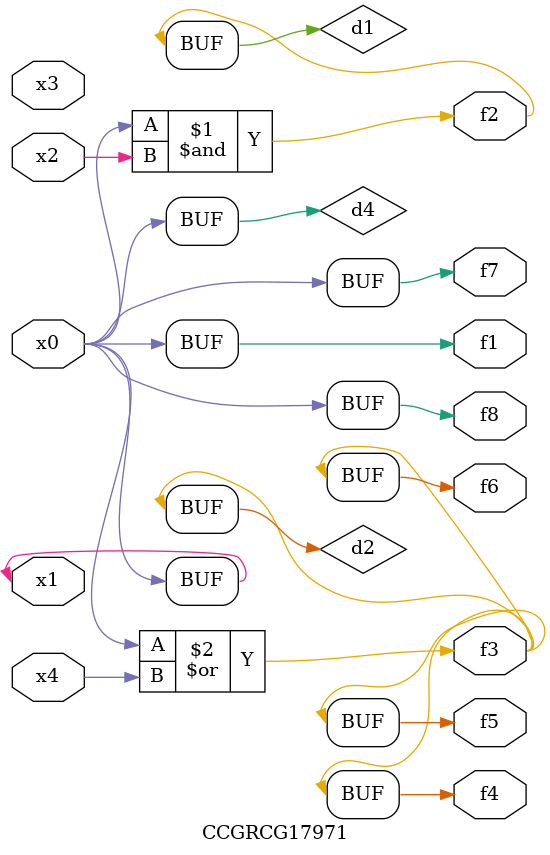
<source format=v>
module CCGRCG17971(
	input x0, x1, x2, x3, x4,
	output f1, f2, f3, f4, f5, f6, f7, f8
);

	wire d1, d2, d3, d4;

	and (d1, x0, x2);
	or (d2, x0, x4);
	nand (d3, x0, x2);
	buf (d4, x0, x1);
	assign f1 = d4;
	assign f2 = d1;
	assign f3 = d2;
	assign f4 = d2;
	assign f5 = d2;
	assign f6 = d2;
	assign f7 = d4;
	assign f8 = d4;
endmodule

</source>
